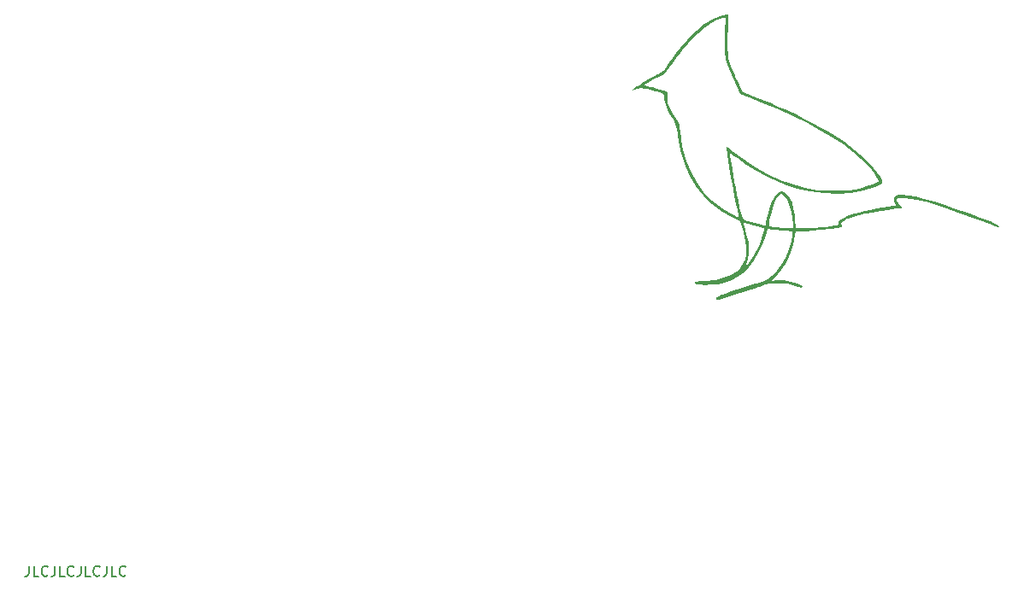
<source format=gbr>
%TF.GenerationSoftware,KiCad,Pcbnew,(6.0.5)*%
%TF.CreationDate,2022-07-25T14:13:38-03:00*%
%TF.ProjectId,bluejay_base,626c7565-6a61-4795-9f62-6173652e6b69,rev?*%
%TF.SameCoordinates,Original*%
%TF.FileFunction,Legend,Top*%
%TF.FilePolarity,Positive*%
%FSLAX46Y46*%
G04 Gerber Fmt 4.6, Leading zero omitted, Abs format (unit mm)*
G04 Created by KiCad (PCBNEW (6.0.5)) date 2022-07-25 14:13:38*
%MOMM*%
%LPD*%
G01*
G04 APERTURE LIST*
%ADD10C,0.150000*%
G04 APERTURE END LIST*
D10*
X-85119047Y-34782380D02*
X-85119047Y-35496666D01*
X-85166666Y-35639523D01*
X-85261904Y-35734761D01*
X-85404761Y-35782380D01*
X-85500000Y-35782380D01*
X-84166666Y-35782380D02*
X-84642857Y-35782380D01*
X-84642857Y-34782380D01*
X-83261904Y-35687142D02*
X-83309523Y-35734761D01*
X-83452380Y-35782380D01*
X-83547619Y-35782380D01*
X-83690476Y-35734761D01*
X-83785714Y-35639523D01*
X-83833333Y-35544285D01*
X-83880952Y-35353809D01*
X-83880952Y-35210952D01*
X-83833333Y-35020476D01*
X-83785714Y-34925238D01*
X-83690476Y-34830000D01*
X-83547619Y-34782380D01*
X-83452380Y-34782380D01*
X-83309523Y-34830000D01*
X-83261904Y-34877619D01*
X-82547619Y-34782380D02*
X-82547619Y-35496666D01*
X-82595238Y-35639523D01*
X-82690476Y-35734761D01*
X-82833333Y-35782380D01*
X-82928571Y-35782380D01*
X-81595238Y-35782380D02*
X-82071428Y-35782380D01*
X-82071428Y-34782380D01*
X-80690476Y-35687142D02*
X-80738095Y-35734761D01*
X-80880952Y-35782380D01*
X-80976190Y-35782380D01*
X-81119047Y-35734761D01*
X-81214285Y-35639523D01*
X-81261904Y-35544285D01*
X-81309523Y-35353809D01*
X-81309523Y-35210952D01*
X-81261904Y-35020476D01*
X-81214285Y-34925238D01*
X-81119047Y-34830000D01*
X-80976190Y-34782380D01*
X-80880952Y-34782380D01*
X-80738095Y-34830000D01*
X-80690476Y-34877619D01*
X-79976190Y-34782380D02*
X-79976190Y-35496666D01*
X-80023809Y-35639523D01*
X-80119047Y-35734761D01*
X-80261904Y-35782380D01*
X-80357142Y-35782380D01*
X-79023809Y-35782380D02*
X-79500000Y-35782380D01*
X-79500000Y-34782380D01*
X-78119047Y-35687142D02*
X-78166666Y-35734761D01*
X-78309523Y-35782380D01*
X-78404761Y-35782380D01*
X-78547619Y-35734761D01*
X-78642857Y-35639523D01*
X-78690476Y-35544285D01*
X-78738095Y-35353809D01*
X-78738095Y-35210952D01*
X-78690476Y-35020476D01*
X-78642857Y-34925238D01*
X-78547619Y-34830000D01*
X-78404761Y-34782380D01*
X-78309523Y-34782380D01*
X-78166666Y-34830000D01*
X-78119047Y-34877619D01*
X-77404761Y-34782380D02*
X-77404761Y-35496666D01*
X-77452380Y-35639523D01*
X-77547619Y-35734761D01*
X-77690476Y-35782380D01*
X-77785714Y-35782380D01*
X-76452380Y-35782380D02*
X-76928571Y-35782380D01*
X-76928571Y-34782380D01*
X-75547619Y-35687142D02*
X-75595238Y-35734761D01*
X-75738095Y-35782380D01*
X-75833333Y-35782380D01*
X-75976190Y-35734761D01*
X-76071428Y-35639523D01*
X-76119047Y-35544285D01*
X-76166666Y-35353809D01*
X-76166666Y-35210952D01*
X-76119047Y-35020476D01*
X-76071428Y-34925238D01*
X-75976190Y-34830000D01*
X-75833333Y-34782380D01*
X-75738095Y-34782380D01*
X-75595238Y-34830000D01*
X-75547619Y-34877619D01*
%TO.C,G\u002A\u002A\u002A*%
G36*
X-12018814Y-365223D02*
G01*
X-11952933Y-80852D01*
X-11775090Y630562D01*
X-11596617Y1193003D01*
X-11409563Y1626673D01*
X-11205974Y1951774D01*
X-11107159Y2067699D01*
X-10818137Y2288851D01*
X-10529748Y2351736D01*
X-10250107Y2267253D01*
X-9987331Y2046305D01*
X-9749535Y1699791D01*
X-9544834Y1238612D01*
X-9381346Y673669D01*
X-9267186Y15863D01*
X-9222848Y-463152D01*
X-9170375Y-1299971D01*
X-7765688Y-1253389D01*
X-7229485Y-1230453D01*
X-6691469Y-1198420D01*
X-6200994Y-1160830D01*
X-5807414Y-1121227D01*
X-5670677Y-1103036D01*
X-5330233Y-1048400D01*
X-5121519Y-999149D01*
X-5008373Y-938601D01*
X-4954637Y-850074D01*
X-4933050Y-762747D01*
X-4806204Y-539666D01*
X-4519434Y-312812D01*
X-4081868Y-88164D01*
X-3644902Y80600D01*
X-3332606Y173200D01*
X-2890405Y283383D01*
X-2355824Y403429D01*
X-1766391Y525619D01*
X-1159630Y642231D01*
X-573070Y745545D01*
X-44235Y827842D01*
X52500Y841262D01*
X381509Y891555D01*
X634834Y941291D01*
X774740Y982548D01*
X790640Y996246D01*
X742760Y1099166D01*
X663640Y1215349D01*
X547841Y1478056D01*
X586986Y1725842D01*
X754910Y1908015D01*
X1029302Y2004309D01*
X1444701Y2025155D01*
X2002597Y1970252D01*
X2704478Y1839300D01*
X3551834Y1631999D01*
X4546154Y1348047D01*
X5688928Y987145D01*
X6254333Y798768D01*
X7231828Y463562D01*
X8116282Y150477D01*
X8898143Y-136686D01*
X9567860Y-394129D01*
X10115883Y-618050D01*
X10532662Y-804650D01*
X10808645Y-950128D01*
X10934282Y-1050685D01*
X10940706Y-1065915D01*
X10951423Y-1123308D01*
X10945769Y-1161814D01*
X10905425Y-1175993D01*
X10812070Y-1160407D01*
X10647383Y-1109614D01*
X10393045Y-1018176D01*
X10030736Y-880652D01*
X9542134Y-691603D01*
X9095091Y-517901D01*
X7853972Y-47200D01*
X6678355Y375752D01*
X5580228Y747401D01*
X4571579Y1064196D01*
X3664396Y1322583D01*
X2870666Y1519009D01*
X2202377Y1649920D01*
X1671517Y1711765D01*
X1557619Y1716091D01*
X1156091Y1711682D01*
X911710Y1672657D01*
X813557Y1585086D01*
X850712Y1435041D01*
X1012257Y1208591D01*
X1088512Y1117630D01*
X1242464Y919158D01*
X1324025Y775862D01*
X1324017Y729381D01*
X1211632Y702203D01*
X982016Y667735D01*
X708666Y636011D01*
X-13315Y548509D01*
X-771774Y432184D01*
X-1533937Y294003D01*
X-2267030Y140930D01*
X-2938278Y-20069D01*
X-3514906Y-182027D01*
X-3964141Y-337978D01*
X-4055998Y-376668D01*
X-4408450Y-554279D01*
X-4609307Y-713898D01*
X-4672927Y-871197D01*
X-4633848Y-1007424D01*
X-4599684Y-1102326D01*
X-4644147Y-1165231D01*
X-4798700Y-1216535D01*
X-5030139Y-1264350D01*
X-5754414Y-1379474D01*
X-6623411Y-1476689D01*
X-7613225Y-1553514D01*
X-8071912Y-1579760D01*
X-9190158Y-1637333D01*
X-9241720Y-2028833D01*
X-9318057Y-2447921D01*
X-9440495Y-2945284D01*
X-9591451Y-3461377D01*
X-9753348Y-3936658D01*
X-9908602Y-4311584D01*
X-9926479Y-4348055D01*
X-10220137Y-4865058D01*
X-10571013Y-5377047D01*
X-10940271Y-5831666D01*
X-11272069Y-6162170D01*
X-11655639Y-6490036D01*
X-11065228Y-6456675D01*
X-10354272Y-6469482D01*
X-9644647Y-6578060D01*
X-9004427Y-6770855D01*
X-8865005Y-6830035D01*
X-8606061Y-6960199D01*
X-8489877Y-7055156D01*
X-8497733Y-7130677D01*
X-8502364Y-7135563D01*
X-8616236Y-7182268D01*
X-8807218Y-7139363D01*
X-8919359Y-7094302D01*
X-9405599Y-6919494D01*
X-9913363Y-6814576D01*
X-10501510Y-6769132D01*
X-10778623Y-6765272D01*
X-11354567Y-6775948D01*
X-11806937Y-6812762D01*
X-12180429Y-6882892D01*
X-12519736Y-6993515D01*
X-12711000Y-7075608D01*
X-12906112Y-7152195D01*
X-13232546Y-7265969D01*
X-13658922Y-7407187D01*
X-14153864Y-7566109D01*
X-14685991Y-7732994D01*
X-15223925Y-7898100D01*
X-15736288Y-8051687D01*
X-16191700Y-8184013D01*
X-16558782Y-8285336D01*
X-16796167Y-8343803D01*
X-16987582Y-8368718D01*
X-17063347Y-8322212D01*
X-17071334Y-8264740D01*
X-17000108Y-8142813D01*
X-16825678Y-8025763D01*
X-16796167Y-8012748D01*
X-16502004Y-7899256D01*
X-16084403Y-7749168D01*
X-15581899Y-7575265D01*
X-15033029Y-7390330D01*
X-14476329Y-7207144D01*
X-13950335Y-7038489D01*
X-13493581Y-6897147D01*
X-13144606Y-6795899D01*
X-13060345Y-6773638D01*
X-12482694Y-6589731D01*
X-11987817Y-6340212D01*
X-11526848Y-5994662D01*
X-11051142Y-5522902D01*
X-10584150Y-4915131D01*
X-10175567Y-4192947D01*
X-9847151Y-3407258D01*
X-9620664Y-2608970D01*
X-9523905Y-1949901D01*
X-9496492Y-1573666D01*
X-10214746Y-1522642D01*
X-10630192Y-1490098D01*
X-11057280Y-1451767D01*
X-11410389Y-1415385D01*
X-11441000Y-1411838D01*
X-11949000Y-1352058D01*
X-12158100Y-2055529D01*
X-12463742Y-2907356D01*
X-12858037Y-3728866D01*
X-13320150Y-4486412D01*
X-13829242Y-5146351D01*
X-14364478Y-5675038D01*
X-14435590Y-5732925D01*
X-14951330Y-6087196D01*
X-15548236Y-6410027D01*
X-16155595Y-6666266D01*
X-16563334Y-6790682D01*
X-16867271Y-6841498D01*
X-17270882Y-6877829D01*
X-17724147Y-6898620D01*
X-18177048Y-6902816D01*
X-18579564Y-6889362D01*
X-18881678Y-6857203D01*
X-18955167Y-6841135D01*
X-19123478Y-6760122D01*
X-19188000Y-6664920D01*
X-19143110Y-6612541D01*
X-18995091Y-6571232D01*
X-18723920Y-6537824D01*
X-18309577Y-6509150D01*
X-18150834Y-6500822D01*
X-17158884Y-6404962D01*
X-16310102Y-6222560D01*
X-15601483Y-5952557D01*
X-15030025Y-5593895D01*
X-14709693Y-5289159D01*
X-14404746Y-4866336D01*
X-14202459Y-4396095D01*
X-14101010Y-3859445D01*
X-14098576Y-3237397D01*
X-14193333Y-2510961D01*
X-14367415Y-1723745D01*
X-14598621Y-813972D01*
X-14328472Y-813972D01*
X-14323750Y-831558D01*
X-14243993Y-1081906D01*
X-14146751Y-1448943D01*
X-14043286Y-1882484D01*
X-13944864Y-2332341D01*
X-13862747Y-2748329D01*
X-13808199Y-3080261D01*
X-13796306Y-3181613D01*
X-13800417Y-3778265D01*
X-13907866Y-4388032D01*
X-14080562Y-4875666D01*
X-14123033Y-4997155D01*
X-14085622Y-5000028D01*
X-13985144Y-4904677D01*
X-13838411Y-4731497D01*
X-13662239Y-4500880D01*
X-13473440Y-4233219D01*
X-13288828Y-3948910D01*
X-13213101Y-3823526D01*
X-12975142Y-3374871D01*
X-12737036Y-2850158D01*
X-12523424Y-2310061D01*
X-12358950Y-1815252D01*
X-12291986Y-1555629D01*
X-12266642Y-1365706D01*
X-12325889Y-1275962D01*
X-12472127Y-1231687D01*
X-12655097Y-1186465D01*
X-12952270Y-1107199D01*
X-13315203Y-1006966D01*
X-13541406Y-943048D01*
X-13924216Y-838305D01*
X-14168349Y-783966D01*
X-14295777Y-776898D01*
X-14328472Y-813972D01*
X-14598621Y-813972D01*
X-14652027Y-603823D01*
X-15345549Y-271048D01*
X-16467541Y351153D01*
X-17462665Y1081041D01*
X-18332213Y1920584D01*
X-19077477Y2871748D01*
X-19699749Y3936502D01*
X-20200321Y5116814D01*
X-20580486Y6414652D01*
X-20841536Y7831983D01*
X-20883351Y8162092D01*
X-20933691Y8558499D01*
X-20988587Y8844548D01*
X-21069002Y9078417D01*
X-21195901Y9318283D01*
X-21390246Y9622325D01*
X-21432504Y9686092D01*
X-21742313Y10203856D01*
X-21983946Y10711722D01*
X-22145099Y11176958D01*
X-22213468Y11566833D01*
X-22206040Y11743823D01*
X-22189442Y11869364D01*
X-22201544Y11965066D01*
X-22264929Y12042514D01*
X-22402181Y12113291D01*
X-22635883Y12188985D01*
X-22988619Y12281179D01*
X-23482971Y12401458D01*
X-23492483Y12403753D01*
X-23906960Y12501978D01*
X-24198089Y12562109D01*
X-24406855Y12586898D01*
X-24574242Y12579093D01*
X-24741237Y12541447D01*
X-24884906Y12497194D01*
X-25131670Y12426399D01*
X-25304419Y12392024D01*
X-25353278Y12395056D01*
X-25306796Y12456781D01*
X-25140552Y12585739D01*
X-24881688Y12764944D01*
X-24679073Y12897669D01*
X-24162558Y12897669D01*
X-24071343Y12863522D01*
X-23853150Y12798853D01*
X-23545234Y12714389D01*
X-23330718Y12658105D01*
X-22939899Y12553681D01*
X-22570751Y12448940D01*
X-22281597Y12360661D01*
X-22193667Y12330974D01*
X-21855000Y12209952D01*
X-21879740Y11668143D01*
X-21881393Y11338611D01*
X-21839434Y11070454D01*
X-21736461Y10784147D01*
X-21640757Y10576000D01*
X-21446044Y10210159D01*
X-21212518Y9827704D01*
X-21038665Y9577049D01*
X-20879220Y9355355D01*
X-20774000Y9165934D01*
X-20706083Y8957811D01*
X-20658546Y8680013D01*
X-20617042Y8307049D01*
X-20403456Y6881183D01*
X-20063002Y5567380D01*
X-19595499Y4365344D01*
X-19000766Y3274780D01*
X-18278623Y2295393D01*
X-17428889Y1426889D01*
X-16451383Y668972D01*
X-15632000Y171680D01*
X-15254544Y-26458D01*
X-15002245Y-137228D01*
X-14857335Y-164070D01*
X-14802048Y-110425D01*
X-14816859Y13834D01*
X-14939998Y507278D01*
X-15080317Y1129048D01*
X-15230258Y1839953D01*
X-15382258Y2600802D01*
X-15528757Y3372407D01*
X-15662194Y4115575D01*
X-15775009Y4791118D01*
X-15859640Y5359843D01*
X-15882660Y5538334D01*
X-15928775Y5909120D01*
X-15971876Y6240694D01*
X-16004847Y6478810D01*
X-16013185Y6533167D01*
X-16019736Y6700743D01*
X-15983657Y6766000D01*
X-15891672Y6716120D01*
X-15702952Y6582748D01*
X-15451272Y6390287D01*
X-15329607Y6293429D01*
X-14518210Y5680492D01*
X-13624054Y5076188D01*
X-12691149Y4506753D01*
X-11763504Y3998418D01*
X-10885129Y3577420D01*
X-10509667Y3420282D01*
X-9828346Y3175735D01*
X-9052429Y2938799D01*
X-8256130Y2730411D01*
X-7513662Y2571508D01*
X-7478093Y2565023D01*
X-6860212Y2483534D01*
X-6133175Y2435645D01*
X-5353797Y2421366D01*
X-4578890Y2440712D01*
X-3865269Y2493694D01*
X-3355334Y2564098D01*
X-2870602Y2664108D01*
X-2386764Y2786509D01*
X-1931597Y2921709D01*
X-1532877Y3060117D01*
X-1218381Y3192142D01*
X-1015885Y3308192D01*
X-952456Y3393828D01*
X-1014422Y3566569D01*
X-1168395Y3832843D01*
X-1392409Y4160946D01*
X-1664497Y4519174D01*
X-1962696Y4875824D01*
X-2036768Y4958835D01*
X-2697662Y5614838D01*
X-3511184Y6295671D01*
X-4463799Y6993556D01*
X-5541970Y7700718D01*
X-6732160Y8409378D01*
X-8020834Y9111762D01*
X-9394456Y9800090D01*
X-10839490Y10466588D01*
X-12342398Y11103478D01*
X-13563765Y11581345D01*
X-14653490Y11992200D01*
X-15353320Y13533020D01*
X-15630897Y14158728D01*
X-15845842Y14690231D01*
X-16004857Y15164129D01*
X-16114647Y15617026D01*
X-16181915Y16085524D01*
X-16213365Y16606225D01*
X-16215699Y17215731D01*
X-16195621Y17950645D01*
X-16190045Y18101708D01*
X-16134301Y19573748D01*
X-16424338Y19526682D01*
X-16947531Y19371420D01*
X-17533085Y19068335D01*
X-18172384Y18623341D01*
X-18856815Y18042357D01*
X-19494841Y17417871D01*
X-19831244Y17051413D01*
X-20215275Y16604287D01*
X-20621177Y16109339D01*
X-21023189Y15599416D01*
X-21395553Y15107364D01*
X-21712510Y14666029D01*
X-21948301Y14308257D01*
X-21994828Y14230037D01*
X-22148805Y14022864D01*
X-22364621Y13864500D01*
X-22679840Y13721427D01*
X-22957703Y13601575D01*
X-23268704Y13450627D01*
X-23578623Y13287592D01*
X-23853242Y13131483D01*
X-24058340Y13001311D01*
X-24159699Y12916087D01*
X-24162558Y12897669D01*
X-24679073Y12897669D01*
X-24557346Y12977408D01*
X-24194667Y13206145D01*
X-23820794Y13434169D01*
X-23462869Y13644492D01*
X-23148035Y13820129D01*
X-22903431Y13944092D01*
X-22822680Y13978812D01*
X-22503983Y14124078D01*
X-22297159Y14282788D01*
X-22155183Y14481919D01*
X-21975007Y14769122D01*
X-21708148Y15151797D01*
X-21379353Y15597912D01*
X-21013366Y16075435D01*
X-20634935Y16552332D01*
X-20268805Y16996572D01*
X-19939721Y17376122D01*
X-19810257Y17517340D01*
X-18995436Y18317186D01*
X-18206005Y18954081D01*
X-17443499Y19426994D01*
X-16709453Y19734896D01*
X-16375617Y19822127D01*
X-16110071Y19870343D01*
X-15919440Y19891495D01*
X-15854895Y19885062D01*
X-15846964Y19792019D01*
X-15848357Y19558795D01*
X-15858309Y19214240D01*
X-15876054Y18787206D01*
X-15892953Y18450000D01*
X-15919799Y17737390D01*
X-15924790Y17050047D01*
X-15908042Y16443097D01*
X-15888072Y16145710D01*
X-15857445Y15823199D01*
X-15822145Y15556895D01*
X-15771797Y15313101D01*
X-15696022Y15058119D01*
X-15584443Y14758252D01*
X-15426684Y14379803D01*
X-15212368Y13889076D01*
X-15148731Y13744892D01*
X-14869531Y13128804D01*
X-14644907Y12668710D01*
X-14472935Y12360974D01*
X-14351687Y12201961D01*
X-14319667Y12180247D01*
X-14192041Y12128816D01*
X-13933043Y12026102D01*
X-13569004Y11882488D01*
X-13126258Y11708357D01*
X-12631136Y11514094D01*
X-12499334Y11462453D01*
X-11746388Y11154614D01*
X-10912095Y10791100D01*
X-10027346Y10387050D01*
X-9123033Y9957604D01*
X-8230047Y9517901D01*
X-7379279Y9083082D01*
X-6601620Y8668286D01*
X-5927961Y8288653D01*
X-5514334Y8039114D01*
X-4328699Y7253020D01*
X-3291215Y6476270D01*
X-2406538Y5712920D01*
X-1679324Y4967024D01*
X-1114231Y4242637D01*
X-1059156Y4159832D01*
X-806189Y3768747D01*
X-649042Y3491247D01*
X-593668Y3297399D01*
X-646023Y3157269D01*
X-812059Y3040923D01*
X-1097732Y2918426D01*
X-1323334Y2831710D01*
X-2485340Y2470473D01*
X-3729436Y2239695D01*
X-5029916Y2139243D01*
X-6361071Y2168986D01*
X-7697196Y2328792D01*
X-9012583Y2618530D01*
X-9840932Y2875306D01*
X-10866094Y3279215D01*
X-11944005Y3789432D01*
X-13023807Y4378331D01*
X-14054638Y5018285D01*
X-14932728Y5641104D01*
X-15225296Y5861668D01*
X-15465212Y6037637D01*
X-15622629Y6147410D01*
X-15668239Y6173334D01*
X-15680180Y6094046D01*
X-15661093Y5870399D01*
X-15614909Y5523720D01*
X-15545560Y5075336D01*
X-15456977Y4546574D01*
X-15353091Y3958759D01*
X-15237834Y3333220D01*
X-15115138Y2691282D01*
X-14988934Y2054271D01*
X-14863152Y1443516D01*
X-14741726Y880342D01*
X-14628585Y386076D01*
X-14527662Y-17955D01*
X-14525238Y-27060D01*
X-14428322Y-257264D01*
X-14298358Y-416795D01*
X-14274438Y-432216D01*
X-14133105Y-487190D01*
X-13881590Y-566623D01*
X-13557906Y-660404D01*
X-13200066Y-758423D01*
X-12846085Y-850567D01*
X-12533975Y-926726D01*
X-12301750Y-976788D01*
X-12187423Y-990641D01*
X-12182446Y-988668D01*
X-12152533Y-898816D01*
X-12150760Y-892047D01*
X-11820784Y-892047D01*
X-11813058Y-1043658D01*
X-11789745Y-1071986D01*
X-11619885Y-1110282D01*
X-11328777Y-1153144D01*
X-10964229Y-1195431D01*
X-10574049Y-1231999D01*
X-10206043Y-1257704D01*
X-9980500Y-1266623D01*
X-9451334Y-1277333D01*
X-9454288Y-832833D01*
X-9490029Y-262097D01*
X-9582849Y308913D01*
X-9722305Y848666D01*
X-9897954Y1325630D01*
X-10099356Y1708276D01*
X-10316067Y1965072D01*
X-10400039Y2022977D01*
X-10556540Y2093871D01*
X-10674892Y2078814D01*
X-10823270Y1961673D01*
X-10877891Y1909907D01*
X-11091098Y1635263D01*
X-11289271Y1229277D01*
X-11477109Y679973D01*
X-11659305Y-24627D01*
X-11690432Y-162412D01*
X-11780333Y-602182D01*
X-11820784Y-892047D01*
X-12150760Y-892047D01*
X-12094995Y-679160D01*
X-12018814Y-365223D01*
G37*
%TD*%
M02*

</source>
